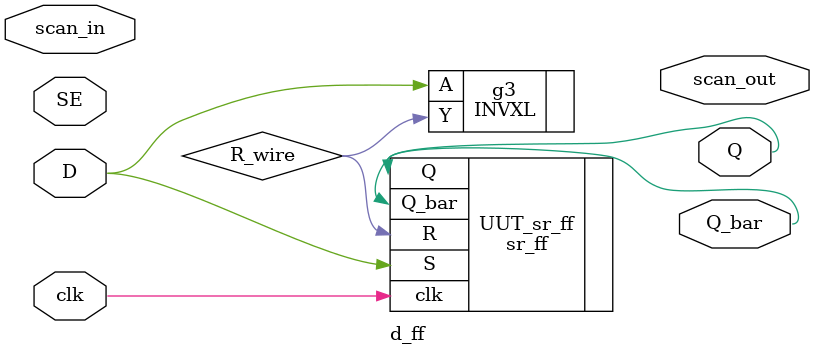
<source format=v>


// Verification Directory fv/d_ff 

module d_ff(D, clk, Q, Q_bar, SE, scan_in, scan_out);
  input D, clk, SE, scan_in;
  output Q, Q_bar, scan_out;
  wire D, clk, SE, scan_in;
  wire Q, Q_bar, scan_out;
  wire R_wire;
  sr_ff UUT_sr_ff(.S (D), .R (R_wire), .clk (clk), .Q (Q), .Q_bar
       (Q_bar));
  INVXL g3(.A (D), .Y (R_wire));
endmodule


</source>
